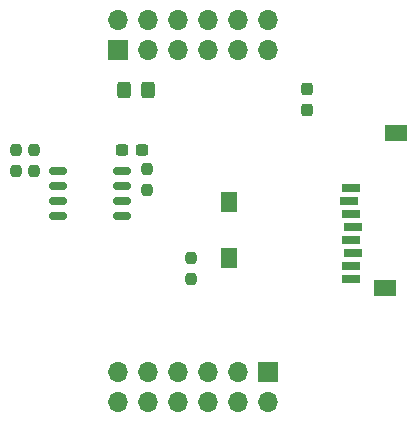
<source format=gbr>
%TF.GenerationSoftware,KiCad,Pcbnew,7.0.5*%
%TF.CreationDate,2023-06-19T10:59:58-04:00*%
%TF.ProjectId,DATA_STORAGE,44415441-5f53-4544-9f52-4147452e6b69,rev?*%
%TF.SameCoordinates,Original*%
%TF.FileFunction,Soldermask,Top*%
%TF.FilePolarity,Negative*%
%FSLAX46Y46*%
G04 Gerber Fmt 4.6, Leading zero omitted, Abs format (unit mm)*
G04 Created by KiCad (PCBNEW 7.0.5) date 2023-06-19 10:59:58*
%MOMM*%
%LPD*%
G01*
G04 APERTURE LIST*
G04 Aperture macros list*
%AMRoundRect*
0 Rectangle with rounded corners*
0 $1 Rounding radius*
0 $2 $3 $4 $5 $6 $7 $8 $9 X,Y pos of 4 corners*
0 Add a 4 corners polygon primitive as box body*
4,1,4,$2,$3,$4,$5,$6,$7,$8,$9,$2,$3,0*
0 Add four circle primitives for the rounded corners*
1,1,$1+$1,$2,$3*
1,1,$1+$1,$4,$5*
1,1,$1+$1,$6,$7*
1,1,$1+$1,$8,$9*
0 Add four rect primitives between the rounded corners*
20,1,$1+$1,$2,$3,$4,$5,0*
20,1,$1+$1,$4,$5,$6,$7,0*
20,1,$1+$1,$6,$7,$8,$9,0*
20,1,$1+$1,$8,$9,$2,$3,0*%
G04 Aperture macros list end*
%ADD10RoundRect,0.250000X0.325000X0.450000X-0.325000X0.450000X-0.325000X-0.450000X0.325000X-0.450000X0*%
%ADD11RoundRect,0.237500X0.237500X-0.250000X0.237500X0.250000X-0.237500X0.250000X-0.237500X-0.250000X0*%
%ADD12RoundRect,0.237500X0.237500X-0.300000X0.237500X0.300000X-0.237500X0.300000X-0.237500X-0.300000X0*%
%ADD13R,1.700000X1.700000*%
%ADD14O,1.700000X1.700000*%
%ADD15R,1.500000X0.800000*%
%ADD16R,1.400000X1.800000*%
%ADD17R,1.900000X1.400000*%
%ADD18RoundRect,0.237500X-0.237500X0.250000X-0.237500X-0.250000X0.237500X-0.250000X0.237500X0.250000X0*%
%ADD19RoundRect,0.150000X-0.625000X-0.150000X0.625000X-0.150000X0.625000X0.150000X-0.625000X0.150000X0*%
%ADD20RoundRect,0.237500X0.300000X0.237500X-0.300000X0.237500X-0.300000X-0.237500X0.300000X-0.237500X0*%
G04 APERTURE END LIST*
D10*
%TO.C,C1*%
X146342500Y-89868621D03*
X144292500Y-89868621D03*
%TD*%
D11*
%TO.C,R6*%
X136670000Y-96751121D03*
X136670000Y-94926121D03*
%TD*%
D12*
%TO.C,C2*%
X159820000Y-91541121D03*
X159820000Y-89816121D03*
%TD*%
D13*
%TO.C,J1*%
X143810000Y-86465599D03*
D14*
X143810000Y-83925599D03*
X146350000Y-86465599D03*
X146350000Y-83925599D03*
X148890000Y-86465599D03*
X148890000Y-83925599D03*
X151430000Y-86465599D03*
X151430000Y-83925599D03*
X153970000Y-86465599D03*
X153970000Y-83925599D03*
X156510000Y-86465599D03*
X156510000Y-83925599D03*
%TD*%
D15*
%TO.C,J3*%
X163510000Y-98179610D03*
X163310000Y-99279610D03*
X163510000Y-100379610D03*
X163710000Y-101479610D03*
X163510000Y-102579610D03*
X163710000Y-103679610D03*
X163510000Y-104779610D03*
X163510000Y-105879610D03*
D16*
X153210000Y-104079610D03*
X153210000Y-99379610D03*
D17*
X167360000Y-93529610D03*
X166360000Y-106679610D03*
%TD*%
D18*
%TO.C,R1*%
X149960000Y-104086121D03*
X149960000Y-105911121D03*
%TD*%
D13*
%TO.C,J2*%
X156510000Y-113743621D03*
D14*
X156510000Y-116283621D03*
X153970000Y-113743621D03*
X153970000Y-116283621D03*
X151430000Y-113743621D03*
X151430000Y-116283621D03*
X148890000Y-113743621D03*
X148890000Y-116283621D03*
X146350000Y-113743621D03*
X146350000Y-116283621D03*
X143810000Y-113743621D03*
X143810000Y-116283621D03*
%TD*%
D19*
%TO.C,U1*%
X138755000Y-96753621D03*
X138755000Y-98023621D03*
X138755000Y-99293621D03*
X138755000Y-100563621D03*
X144105000Y-100563621D03*
X144105000Y-99293621D03*
X144105000Y-98023621D03*
X144105000Y-96753621D03*
%TD*%
D20*
%TO.C,C5*%
X145832500Y-94918621D03*
X144107500Y-94918621D03*
%TD*%
D11*
%TO.C,R5*%
X146250000Y-98381121D03*
X146250000Y-96556121D03*
%TD*%
%TO.C,R4*%
X135120000Y-96751121D03*
X135120000Y-94926121D03*
%TD*%
M02*

</source>
